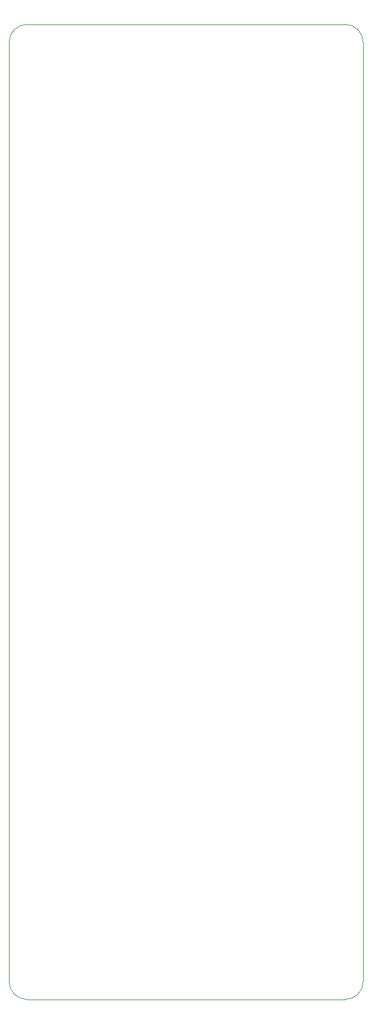
<source format=gbr>
G04 #@! TF.GenerationSoftware,KiCad,Pcbnew,(5.1.4)-1*
G04 #@! TF.CreationDate,2020-10-19T18:16:54+02:00*
G04 #@! TF.ProjectId,distrilite,64697374-7269-46c6-9974-652e6b696361,rev?*
G04 #@! TF.SameCoordinates,Original*
G04 #@! TF.FileFunction,Profile,NP*
%FSLAX46Y46*%
G04 Gerber Fmt 4.6, Leading zero omitted, Abs format (unit mm)*
G04 Created by KiCad (PCBNEW (5.1.4)-1) date 2020-10-19 18:16:54*
%MOMM*%
%LPD*%
G04 APERTURE LIST*
%ADD10C,0.050000*%
G04 APERTURE END LIST*
D10*
X28194000Y-173228000D02*
X73406000Y-173228000D01*
X73406000Y-34798000D02*
X28194000Y-34798000D01*
X25654000Y-170688000D02*
X25654000Y-37338000D01*
X75946000Y-37338000D02*
X75946000Y-170688000D01*
X28194000Y-173228000D02*
G75*
G02X25654000Y-170688000I0J2540000D01*
G01*
X25654000Y-37338000D02*
G75*
G02X28194000Y-34798000I2540000J0D01*
G01*
X73406000Y-34798000D02*
G75*
G02X75946000Y-37338000I0J-2540000D01*
G01*
X75946000Y-170688000D02*
G75*
G02X73406000Y-173228000I-2540000J0D01*
G01*
M02*

</source>
